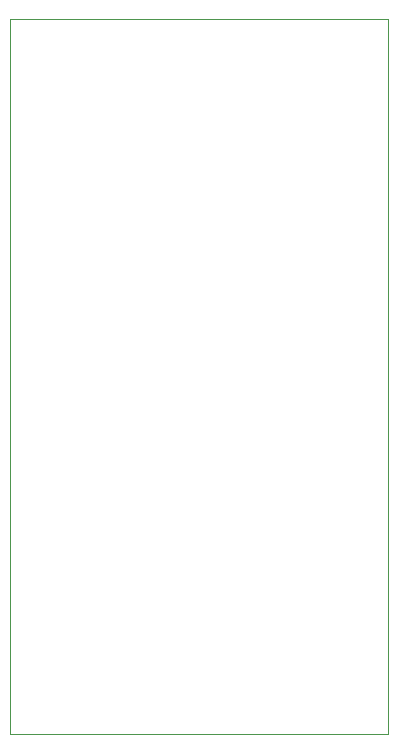
<source format=gbr>
%TF.GenerationSoftware,KiCad,Pcbnew,8.0.1*%
%TF.CreationDate,2025-06-23T19:48:13+12:00*%
%TF.ProjectId,panelrev2,70616e65-6c72-4657-9632-2e6b69636164,rev?*%
%TF.SameCoordinates,Original*%
%TF.FileFunction,Profile,NP*%
%FSLAX46Y46*%
G04 Gerber Fmt 4.6, Leading zero omitted, Abs format (unit mm)*
G04 Created by KiCad (PCBNEW 8.0.1) date 2025-06-23 19:48:13*
%MOMM*%
%LPD*%
G01*
G04 APERTURE LIST*
%TA.AperFunction,Profile*%
%ADD10C,0.100000*%
%TD*%
G04 APERTURE END LIST*
D10*
X164500000Y-80587727D02*
X164500000Y-20012272D01*
X132501245Y-80599729D02*
X132512247Y-80599999D01*
X132500270Y-20001245D02*
X132500000Y-20012247D01*
X164487727Y-20000000D02*
X132512272Y-20000000D01*
X132512272Y-80600000D02*
X164487727Y-80600000D01*
X164487752Y-80599999D02*
X164498754Y-80599729D01*
X132500000Y-20012272D02*
X132500000Y-80587727D01*
X164499999Y-20012247D02*
X164499729Y-20001245D01*
X132512247Y-20000000D02*
X132501245Y-20000270D01*
X164498754Y-20000270D02*
X164487752Y-20000000D01*
X164499729Y-80598754D02*
X164499999Y-80587752D01*
X132500000Y-80587752D02*
X132500270Y-80598754D01*
M02*

</source>
